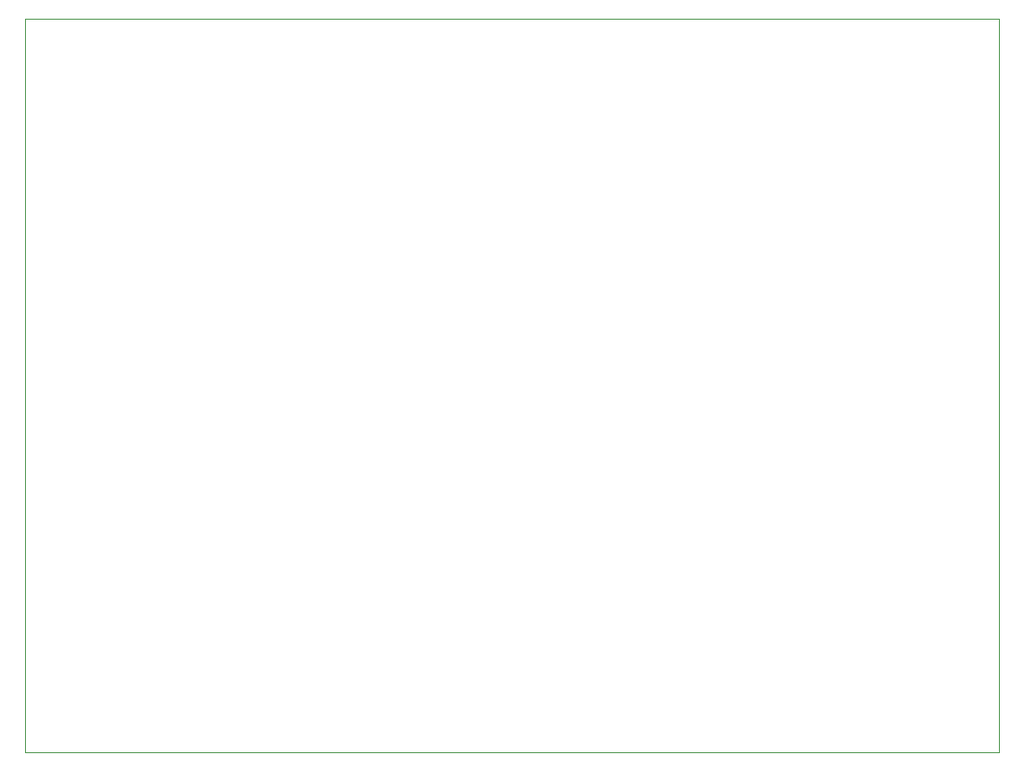
<source format=gbr>
%TF.GenerationSoftware,KiCad,Pcbnew,7.0.7*%
%TF.CreationDate,2024-05-24T17:12:05+02:00*%
%TF.ProjectId,PCB,5043422e-6b69-4636-9164-5f7063625858,rev?*%
%TF.SameCoordinates,Original*%
%TF.FileFunction,Profile,NP*%
%FSLAX46Y46*%
G04 Gerber Fmt 4.6, Leading zero omitted, Abs format (unit mm)*
G04 Created by KiCad (PCBNEW 7.0.7) date 2024-05-24 17:12:05*
%MOMM*%
%LPD*%
G01*
G04 APERTURE LIST*
%TA.AperFunction,Profile*%
%ADD10C,0.100000*%
%TD*%
G04 APERTURE END LIST*
D10*
X166500000Y-56750000D02*
X166500000Y-126250000D01*
X166500000Y-126250000D02*
X74250000Y-126250000D01*
X74250000Y-56750000D02*
X166500000Y-56750000D01*
X74250000Y-126250000D02*
X74250000Y-56750000D01*
M02*

</source>
